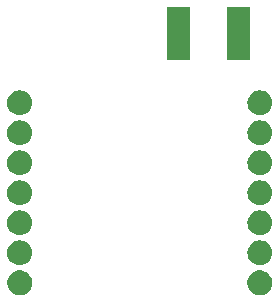
<source format=gbs>
G04 #@! TF.GenerationSoftware,KiCad,Pcbnew,(5.1.4)-1*
G04 #@! TF.CreationDate,2019-10-27T13:18:03+01:00*
G04 #@! TF.ProjectId,project,70726f6a-6563-4742-9e6b-696361645f70,rev?*
G04 #@! TF.SameCoordinates,Original*
G04 #@! TF.FileFunction,Soldermask,Bot*
G04 #@! TF.FilePolarity,Negative*
%FSLAX46Y46*%
G04 Gerber Fmt 4.6, Leading zero omitted, Abs format (unit mm)*
G04 Created by KiCad (PCBNEW (5.1.4)-1) date 2019-10-27 13:18:03*
%MOMM*%
%LPD*%
G04 APERTURE LIST*
%ADD10C,0.100000*%
G04 APERTURE END LIST*
D10*
G36*
X118098987Y-98472227D02*
G01*
X118276574Y-98507550D01*
X118467662Y-98586702D01*
X118639636Y-98701611D01*
X118785889Y-98847864D01*
X118900798Y-99019838D01*
X118979950Y-99210926D01*
X119020300Y-99413784D01*
X119020300Y-99620616D01*
X118979950Y-99823474D01*
X118900798Y-100014562D01*
X118785889Y-100186536D01*
X118639636Y-100332789D01*
X118467662Y-100447698D01*
X118276574Y-100526850D01*
X118098987Y-100562173D01*
X118073717Y-100567200D01*
X117866883Y-100567200D01*
X117841613Y-100562173D01*
X117664026Y-100526850D01*
X117472938Y-100447698D01*
X117300964Y-100332789D01*
X117154711Y-100186536D01*
X117039802Y-100014562D01*
X116960650Y-99823474D01*
X116920300Y-99620616D01*
X116920300Y-99413784D01*
X116960650Y-99210926D01*
X117039802Y-99019838D01*
X117154711Y-98847864D01*
X117300964Y-98701611D01*
X117472938Y-98586702D01*
X117664026Y-98507550D01*
X117841613Y-98472227D01*
X117866883Y-98467200D01*
X118073717Y-98467200D01*
X118098987Y-98472227D01*
X118098987Y-98472227D01*
G37*
G36*
X138431687Y-98472227D02*
G01*
X138609274Y-98507550D01*
X138800362Y-98586702D01*
X138972336Y-98701611D01*
X139118589Y-98847864D01*
X139233498Y-99019838D01*
X139312650Y-99210926D01*
X139353000Y-99413784D01*
X139353000Y-99620616D01*
X139312650Y-99823474D01*
X139233498Y-100014562D01*
X139118589Y-100186536D01*
X138972336Y-100332789D01*
X138800362Y-100447698D01*
X138609274Y-100526850D01*
X138431687Y-100562173D01*
X138406417Y-100567200D01*
X138199583Y-100567200D01*
X138174313Y-100562173D01*
X137996726Y-100526850D01*
X137805638Y-100447698D01*
X137633664Y-100332789D01*
X137487411Y-100186536D01*
X137372502Y-100014562D01*
X137293350Y-99823474D01*
X137253000Y-99620616D01*
X137253000Y-99413784D01*
X137293350Y-99210926D01*
X137372502Y-99019838D01*
X137487411Y-98847864D01*
X137633664Y-98701611D01*
X137805638Y-98586702D01*
X137996726Y-98507550D01*
X138174313Y-98472227D01*
X138199583Y-98467200D01*
X138406417Y-98467200D01*
X138431687Y-98472227D01*
X138431687Y-98472227D01*
G37*
G36*
X118099007Y-95934797D02*
G01*
X118176136Y-95942393D01*
X118374062Y-96002433D01*
X118374065Y-96002434D01*
X118556470Y-96099932D01*
X118716355Y-96231145D01*
X118847568Y-96391030D01*
X118945066Y-96573435D01*
X118945067Y-96573438D01*
X119005107Y-96771364D01*
X119025380Y-96977200D01*
X119005107Y-97183036D01*
X118945067Y-97380962D01*
X118945066Y-97380965D01*
X118847568Y-97563370D01*
X118716355Y-97723255D01*
X118556470Y-97854468D01*
X118374065Y-97951966D01*
X118374062Y-97951967D01*
X118176136Y-98012007D01*
X118099007Y-98019603D01*
X118021880Y-98027200D01*
X117918720Y-98027200D01*
X117841593Y-98019603D01*
X117764464Y-98012007D01*
X117566538Y-97951967D01*
X117566535Y-97951966D01*
X117384130Y-97854468D01*
X117224245Y-97723255D01*
X117093032Y-97563370D01*
X116995534Y-97380965D01*
X116995533Y-97380962D01*
X116935493Y-97183036D01*
X116915220Y-96977200D01*
X116935493Y-96771364D01*
X116995533Y-96573438D01*
X116995534Y-96573435D01*
X117093032Y-96391030D01*
X117224245Y-96231145D01*
X117384130Y-96099932D01*
X117566535Y-96002434D01*
X117566538Y-96002433D01*
X117764464Y-95942393D01*
X117841593Y-95934797D01*
X117918720Y-95927200D01*
X118021880Y-95927200D01*
X118099007Y-95934797D01*
X118099007Y-95934797D01*
G37*
G36*
X138431707Y-95934797D02*
G01*
X138508836Y-95942393D01*
X138706762Y-96002433D01*
X138706765Y-96002434D01*
X138889170Y-96099932D01*
X139049055Y-96231145D01*
X139180268Y-96391030D01*
X139277766Y-96573435D01*
X139277767Y-96573438D01*
X139337807Y-96771364D01*
X139358080Y-96977200D01*
X139337807Y-97183036D01*
X139277767Y-97380962D01*
X139277766Y-97380965D01*
X139180268Y-97563370D01*
X139049055Y-97723255D01*
X138889170Y-97854468D01*
X138706765Y-97951966D01*
X138706762Y-97951967D01*
X138508836Y-98012007D01*
X138431707Y-98019603D01*
X138354580Y-98027200D01*
X138251420Y-98027200D01*
X138174293Y-98019603D01*
X138097164Y-98012007D01*
X137899238Y-97951967D01*
X137899235Y-97951966D01*
X137716830Y-97854468D01*
X137556945Y-97723255D01*
X137425732Y-97563370D01*
X137328234Y-97380965D01*
X137328233Y-97380962D01*
X137268193Y-97183036D01*
X137247920Y-96977200D01*
X137268193Y-96771364D01*
X137328233Y-96573438D01*
X137328234Y-96573435D01*
X137425732Y-96391030D01*
X137556945Y-96231145D01*
X137716830Y-96099932D01*
X137899235Y-96002434D01*
X137899238Y-96002433D01*
X138097164Y-95942393D01*
X138174293Y-95934797D01*
X138251420Y-95927200D01*
X138354580Y-95927200D01*
X138431707Y-95934797D01*
X138431707Y-95934797D01*
G37*
G36*
X138431707Y-93394796D02*
G01*
X138508836Y-93402393D01*
X138706762Y-93462433D01*
X138706765Y-93462434D01*
X138889170Y-93559932D01*
X139049055Y-93691145D01*
X139180268Y-93851030D01*
X139277766Y-94033435D01*
X139277767Y-94033438D01*
X139337807Y-94231364D01*
X139358080Y-94437200D01*
X139337807Y-94643036D01*
X139277767Y-94840962D01*
X139277766Y-94840965D01*
X139180268Y-95023370D01*
X139049055Y-95183255D01*
X138889170Y-95314468D01*
X138706765Y-95411966D01*
X138706762Y-95411967D01*
X138508836Y-95472007D01*
X138431707Y-95479603D01*
X138354580Y-95487200D01*
X138251420Y-95487200D01*
X138174293Y-95479603D01*
X138097164Y-95472007D01*
X137899238Y-95411967D01*
X137899235Y-95411966D01*
X137716830Y-95314468D01*
X137556945Y-95183255D01*
X137425732Y-95023370D01*
X137328234Y-94840965D01*
X137328233Y-94840962D01*
X137268193Y-94643036D01*
X137247920Y-94437200D01*
X137268193Y-94231364D01*
X137328233Y-94033438D01*
X137328234Y-94033435D01*
X137425732Y-93851030D01*
X137556945Y-93691145D01*
X137716830Y-93559932D01*
X137899235Y-93462434D01*
X137899238Y-93462433D01*
X138097164Y-93402393D01*
X138174293Y-93394796D01*
X138251420Y-93387200D01*
X138354580Y-93387200D01*
X138431707Y-93394796D01*
X138431707Y-93394796D01*
G37*
G36*
X118099007Y-93394796D02*
G01*
X118176136Y-93402393D01*
X118374062Y-93462433D01*
X118374065Y-93462434D01*
X118556470Y-93559932D01*
X118716355Y-93691145D01*
X118847568Y-93851030D01*
X118945066Y-94033435D01*
X118945067Y-94033438D01*
X119005107Y-94231364D01*
X119025380Y-94437200D01*
X119005107Y-94643036D01*
X118945067Y-94840962D01*
X118945066Y-94840965D01*
X118847568Y-95023370D01*
X118716355Y-95183255D01*
X118556470Y-95314468D01*
X118374065Y-95411966D01*
X118374062Y-95411967D01*
X118176136Y-95472007D01*
X118099007Y-95479603D01*
X118021880Y-95487200D01*
X117918720Y-95487200D01*
X117841593Y-95479603D01*
X117764464Y-95472007D01*
X117566538Y-95411967D01*
X117566535Y-95411966D01*
X117384130Y-95314468D01*
X117224245Y-95183255D01*
X117093032Y-95023370D01*
X116995534Y-94840965D01*
X116995533Y-94840962D01*
X116935493Y-94643036D01*
X116915220Y-94437200D01*
X116935493Y-94231364D01*
X116995533Y-94033438D01*
X116995534Y-94033435D01*
X117093032Y-93851030D01*
X117224245Y-93691145D01*
X117384130Y-93559932D01*
X117566535Y-93462434D01*
X117566538Y-93462433D01*
X117764464Y-93402393D01*
X117841593Y-93394796D01*
X117918720Y-93387200D01*
X118021880Y-93387200D01*
X118099007Y-93394796D01*
X118099007Y-93394796D01*
G37*
G36*
X118099007Y-90854797D02*
G01*
X118176136Y-90862393D01*
X118374062Y-90922433D01*
X118374065Y-90922434D01*
X118556470Y-91019932D01*
X118716355Y-91151145D01*
X118847568Y-91311030D01*
X118945066Y-91493435D01*
X118945067Y-91493438D01*
X119005107Y-91691364D01*
X119025380Y-91897200D01*
X119005107Y-92103036D01*
X118945067Y-92300962D01*
X118945066Y-92300965D01*
X118847568Y-92483370D01*
X118716355Y-92643255D01*
X118556470Y-92774468D01*
X118374065Y-92871966D01*
X118374062Y-92871967D01*
X118176136Y-92932007D01*
X118099007Y-92939603D01*
X118021880Y-92947200D01*
X117918720Y-92947200D01*
X117841593Y-92939603D01*
X117764464Y-92932007D01*
X117566538Y-92871967D01*
X117566535Y-92871966D01*
X117384130Y-92774468D01*
X117224245Y-92643255D01*
X117093032Y-92483370D01*
X116995534Y-92300965D01*
X116995533Y-92300962D01*
X116935493Y-92103036D01*
X116915220Y-91897200D01*
X116935493Y-91691364D01*
X116995533Y-91493438D01*
X116995534Y-91493435D01*
X117093032Y-91311030D01*
X117224245Y-91151145D01*
X117384130Y-91019932D01*
X117566535Y-90922434D01*
X117566538Y-90922433D01*
X117764464Y-90862393D01*
X117841593Y-90854797D01*
X117918720Y-90847200D01*
X118021880Y-90847200D01*
X118099007Y-90854797D01*
X118099007Y-90854797D01*
G37*
G36*
X138431707Y-90854797D02*
G01*
X138508836Y-90862393D01*
X138706762Y-90922433D01*
X138706765Y-90922434D01*
X138889170Y-91019932D01*
X139049055Y-91151145D01*
X139180268Y-91311030D01*
X139277766Y-91493435D01*
X139277767Y-91493438D01*
X139337807Y-91691364D01*
X139358080Y-91897200D01*
X139337807Y-92103036D01*
X139277767Y-92300962D01*
X139277766Y-92300965D01*
X139180268Y-92483370D01*
X139049055Y-92643255D01*
X138889170Y-92774468D01*
X138706765Y-92871966D01*
X138706762Y-92871967D01*
X138508836Y-92932007D01*
X138431707Y-92939603D01*
X138354580Y-92947200D01*
X138251420Y-92947200D01*
X138174293Y-92939603D01*
X138097164Y-92932007D01*
X137899238Y-92871967D01*
X137899235Y-92871966D01*
X137716830Y-92774468D01*
X137556945Y-92643255D01*
X137425732Y-92483370D01*
X137328234Y-92300965D01*
X137328233Y-92300962D01*
X137268193Y-92103036D01*
X137247920Y-91897200D01*
X137268193Y-91691364D01*
X137328233Y-91493438D01*
X137328234Y-91493435D01*
X137425732Y-91311030D01*
X137556945Y-91151145D01*
X137716830Y-91019932D01*
X137899235Y-90922434D01*
X137899238Y-90922433D01*
X138097164Y-90862393D01*
X138174293Y-90854797D01*
X138251420Y-90847200D01*
X138354580Y-90847200D01*
X138431707Y-90854797D01*
X138431707Y-90854797D01*
G37*
G36*
X118099007Y-88314796D02*
G01*
X118176136Y-88322393D01*
X118374062Y-88382433D01*
X118374065Y-88382434D01*
X118556470Y-88479932D01*
X118716355Y-88611145D01*
X118847568Y-88771030D01*
X118945066Y-88953435D01*
X118945067Y-88953438D01*
X119005107Y-89151364D01*
X119025380Y-89357200D01*
X119005107Y-89563036D01*
X118945067Y-89760962D01*
X118945066Y-89760965D01*
X118847568Y-89943370D01*
X118716355Y-90103255D01*
X118556470Y-90234468D01*
X118374065Y-90331966D01*
X118374062Y-90331967D01*
X118176136Y-90392007D01*
X118099007Y-90399603D01*
X118021880Y-90407200D01*
X117918720Y-90407200D01*
X117841593Y-90399603D01*
X117764464Y-90392007D01*
X117566538Y-90331967D01*
X117566535Y-90331966D01*
X117384130Y-90234468D01*
X117224245Y-90103255D01*
X117093032Y-89943370D01*
X116995534Y-89760965D01*
X116995533Y-89760962D01*
X116935493Y-89563036D01*
X116915220Y-89357200D01*
X116935493Y-89151364D01*
X116995533Y-88953438D01*
X116995534Y-88953435D01*
X117093032Y-88771030D01*
X117224245Y-88611145D01*
X117384130Y-88479932D01*
X117566535Y-88382434D01*
X117566538Y-88382433D01*
X117764464Y-88322393D01*
X117841593Y-88314796D01*
X117918720Y-88307200D01*
X118021880Y-88307200D01*
X118099007Y-88314796D01*
X118099007Y-88314796D01*
G37*
G36*
X138431707Y-88314796D02*
G01*
X138508836Y-88322393D01*
X138706762Y-88382433D01*
X138706765Y-88382434D01*
X138889170Y-88479932D01*
X139049055Y-88611145D01*
X139180268Y-88771030D01*
X139277766Y-88953435D01*
X139277767Y-88953438D01*
X139337807Y-89151364D01*
X139358080Y-89357200D01*
X139337807Y-89563036D01*
X139277767Y-89760962D01*
X139277766Y-89760965D01*
X139180268Y-89943370D01*
X139049055Y-90103255D01*
X138889170Y-90234468D01*
X138706765Y-90331966D01*
X138706762Y-90331967D01*
X138508836Y-90392007D01*
X138431707Y-90399603D01*
X138354580Y-90407200D01*
X138251420Y-90407200D01*
X138174293Y-90399603D01*
X138097164Y-90392007D01*
X137899238Y-90331967D01*
X137899235Y-90331966D01*
X137716830Y-90234468D01*
X137556945Y-90103255D01*
X137425732Y-89943370D01*
X137328234Y-89760965D01*
X137328233Y-89760962D01*
X137268193Y-89563036D01*
X137247920Y-89357200D01*
X137268193Y-89151364D01*
X137328233Y-88953438D01*
X137328234Y-88953435D01*
X137425732Y-88771030D01*
X137556945Y-88611145D01*
X137716830Y-88479932D01*
X137899235Y-88382434D01*
X137899238Y-88382433D01*
X138097164Y-88322393D01*
X138174293Y-88314796D01*
X138251420Y-88307200D01*
X138354580Y-88307200D01*
X138431707Y-88314796D01*
X138431707Y-88314796D01*
G37*
G36*
X118099007Y-85774797D02*
G01*
X118176136Y-85782393D01*
X118374062Y-85842433D01*
X118374065Y-85842434D01*
X118556470Y-85939932D01*
X118716355Y-86071145D01*
X118847568Y-86231030D01*
X118945066Y-86413435D01*
X118945067Y-86413438D01*
X119005107Y-86611364D01*
X119025380Y-86817200D01*
X119005107Y-87023036D01*
X118945067Y-87220962D01*
X118945066Y-87220965D01*
X118847568Y-87403370D01*
X118716355Y-87563255D01*
X118556470Y-87694468D01*
X118374065Y-87791966D01*
X118374062Y-87791967D01*
X118176136Y-87852007D01*
X118099007Y-87859604D01*
X118021880Y-87867200D01*
X117918720Y-87867200D01*
X117841593Y-87859604D01*
X117764464Y-87852007D01*
X117566538Y-87791967D01*
X117566535Y-87791966D01*
X117384130Y-87694468D01*
X117224245Y-87563255D01*
X117093032Y-87403370D01*
X116995534Y-87220965D01*
X116995533Y-87220962D01*
X116935493Y-87023036D01*
X116915220Y-86817200D01*
X116935493Y-86611364D01*
X116995533Y-86413438D01*
X116995534Y-86413435D01*
X117093032Y-86231030D01*
X117224245Y-86071145D01*
X117384130Y-85939932D01*
X117566535Y-85842434D01*
X117566538Y-85842433D01*
X117764464Y-85782393D01*
X117841593Y-85774797D01*
X117918720Y-85767200D01*
X118021880Y-85767200D01*
X118099007Y-85774797D01*
X118099007Y-85774797D01*
G37*
G36*
X138431707Y-85774797D02*
G01*
X138508836Y-85782393D01*
X138706762Y-85842433D01*
X138706765Y-85842434D01*
X138889170Y-85939932D01*
X139049055Y-86071145D01*
X139180268Y-86231030D01*
X139277766Y-86413435D01*
X139277767Y-86413438D01*
X139337807Y-86611364D01*
X139358080Y-86817200D01*
X139337807Y-87023036D01*
X139277767Y-87220962D01*
X139277766Y-87220965D01*
X139180268Y-87403370D01*
X139049055Y-87563255D01*
X138889170Y-87694468D01*
X138706765Y-87791966D01*
X138706762Y-87791967D01*
X138508836Y-87852007D01*
X138431707Y-87859604D01*
X138354580Y-87867200D01*
X138251420Y-87867200D01*
X138174293Y-87859604D01*
X138097164Y-87852007D01*
X137899238Y-87791967D01*
X137899235Y-87791966D01*
X137716830Y-87694468D01*
X137556945Y-87563255D01*
X137425732Y-87403370D01*
X137328234Y-87220965D01*
X137328233Y-87220962D01*
X137268193Y-87023036D01*
X137247920Y-86817200D01*
X137268193Y-86611364D01*
X137328233Y-86413438D01*
X137328234Y-86413435D01*
X137425732Y-86231030D01*
X137556945Y-86071145D01*
X137716830Y-85939932D01*
X137899235Y-85842434D01*
X137899238Y-85842433D01*
X138097164Y-85782393D01*
X138174293Y-85774797D01*
X138251420Y-85767200D01*
X138354580Y-85767200D01*
X138431707Y-85774797D01*
X138431707Y-85774797D01*
G37*
G36*
X118099007Y-83234796D02*
G01*
X118176136Y-83242393D01*
X118374062Y-83302433D01*
X118374065Y-83302434D01*
X118556470Y-83399932D01*
X118716355Y-83531145D01*
X118847568Y-83691030D01*
X118945066Y-83873435D01*
X118945067Y-83873438D01*
X119005107Y-84071364D01*
X119025380Y-84277200D01*
X119005107Y-84483036D01*
X118945067Y-84680962D01*
X118945066Y-84680965D01*
X118847568Y-84863370D01*
X118716355Y-85023255D01*
X118556470Y-85154468D01*
X118374065Y-85251966D01*
X118374062Y-85251967D01*
X118176136Y-85312007D01*
X118099007Y-85319603D01*
X118021880Y-85327200D01*
X117918720Y-85327200D01*
X117841593Y-85319603D01*
X117764464Y-85312007D01*
X117566538Y-85251967D01*
X117566535Y-85251966D01*
X117384130Y-85154468D01*
X117224245Y-85023255D01*
X117093032Y-84863370D01*
X116995534Y-84680965D01*
X116995533Y-84680962D01*
X116935493Y-84483036D01*
X116915220Y-84277200D01*
X116935493Y-84071364D01*
X116995533Y-83873438D01*
X116995534Y-83873435D01*
X117093032Y-83691030D01*
X117224245Y-83531145D01*
X117384130Y-83399932D01*
X117566535Y-83302434D01*
X117566538Y-83302433D01*
X117764464Y-83242393D01*
X117841593Y-83234796D01*
X117918720Y-83227200D01*
X118021880Y-83227200D01*
X118099007Y-83234796D01*
X118099007Y-83234796D01*
G37*
G36*
X138431707Y-83234796D02*
G01*
X138508836Y-83242393D01*
X138706762Y-83302433D01*
X138706765Y-83302434D01*
X138889170Y-83399932D01*
X139049055Y-83531145D01*
X139180268Y-83691030D01*
X139277766Y-83873435D01*
X139277767Y-83873438D01*
X139337807Y-84071364D01*
X139358080Y-84277200D01*
X139337807Y-84483036D01*
X139277767Y-84680962D01*
X139277766Y-84680965D01*
X139180268Y-84863370D01*
X139049055Y-85023255D01*
X138889170Y-85154468D01*
X138706765Y-85251966D01*
X138706762Y-85251967D01*
X138508836Y-85312007D01*
X138431707Y-85319603D01*
X138354580Y-85327200D01*
X138251420Y-85327200D01*
X138174293Y-85319603D01*
X138097164Y-85312007D01*
X137899238Y-85251967D01*
X137899235Y-85251966D01*
X137716830Y-85154468D01*
X137556945Y-85023255D01*
X137425732Y-84863370D01*
X137328234Y-84680965D01*
X137328233Y-84680962D01*
X137268193Y-84483036D01*
X137247920Y-84277200D01*
X137268193Y-84071364D01*
X137328233Y-83873438D01*
X137328234Y-83873435D01*
X137425732Y-83691030D01*
X137556945Y-83531145D01*
X137716830Y-83399932D01*
X137899235Y-83302434D01*
X137899238Y-83302433D01*
X138097164Y-83242393D01*
X138174293Y-83234796D01*
X138251420Y-83227200D01*
X138354580Y-83227200D01*
X138431707Y-83234796D01*
X138431707Y-83234796D01*
G37*
G36*
X137464140Y-80659580D02*
G01*
X135540140Y-80659580D01*
X135540140Y-76195580D01*
X137464140Y-76195580D01*
X137464140Y-80659580D01*
X137464140Y-80659580D01*
G37*
G36*
X132384140Y-80659580D02*
G01*
X130460140Y-80659580D01*
X130460140Y-76195580D01*
X132384140Y-76195580D01*
X132384140Y-80659580D01*
X132384140Y-80659580D01*
G37*
M02*

</source>
